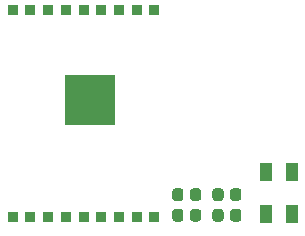
<source format=gbr>
%TF.GenerationSoftware,KiCad,Pcbnew,5.1.9*%
%TF.CreationDate,2021-01-20T22:35:35+01:00*%
%TF.ProjectId,wi-se-rewirable,77692d73-652d-4726-9577-697261626c65,rev?*%
%TF.SameCoordinates,Original*%
%TF.FileFunction,Paste,Top*%
%TF.FilePolarity,Positive*%
%FSLAX46Y46*%
G04 Gerber Fmt 4.6, Leading zero omitted, Abs format (unit mm)*
G04 Created by KiCad (PCBNEW 5.1.9) date 2021-01-20 22:35:35*
%MOMM*%
%LPD*%
G01*
G04 APERTURE LIST*
%ADD10R,1.000000X1.500000*%
%ADD11R,0.912500X0.850000*%
%ADD12R,4.300000X4.300000*%
G04 APERTURE END LIST*
D10*
%TO.C,SW1*%
X127025000Y-84950000D03*
X124825000Y-84950000D03*
X124825000Y-81450000D03*
X127025000Y-81450000D03*
%TD*%
%TO.C,D1*%
G36*
G01*
X117637500Y-83850000D02*
X117162500Y-83850000D01*
G75*
G02*
X116925000Y-83612500I0J237500D01*
G01*
X116925000Y-83037500D01*
G75*
G02*
X117162500Y-82800000I237500J0D01*
G01*
X117637500Y-82800000D01*
G75*
G02*
X117875000Y-83037500I0J-237500D01*
G01*
X117875000Y-83612500D01*
G75*
G02*
X117637500Y-83850000I-237500J0D01*
G01*
G37*
G36*
G01*
X117637500Y-85600000D02*
X117162500Y-85600000D01*
G75*
G02*
X116925000Y-85362500I0J237500D01*
G01*
X116925000Y-84787500D01*
G75*
G02*
X117162500Y-84550000I237500J0D01*
G01*
X117637500Y-84550000D01*
G75*
G02*
X117875000Y-84787500I0J-237500D01*
G01*
X117875000Y-85362500D01*
G75*
G02*
X117637500Y-85600000I-237500J0D01*
G01*
G37*
%TD*%
%TO.C,D2*%
G36*
G01*
X119137500Y-85600000D02*
X118662500Y-85600000D01*
G75*
G02*
X118425000Y-85362500I0J237500D01*
G01*
X118425000Y-84787500D01*
G75*
G02*
X118662500Y-84550000I237500J0D01*
G01*
X119137500Y-84550000D01*
G75*
G02*
X119375000Y-84787500I0J-237500D01*
G01*
X119375000Y-85362500D01*
G75*
G02*
X119137500Y-85600000I-237500J0D01*
G01*
G37*
G36*
G01*
X119137500Y-83850000D02*
X118662500Y-83850000D01*
G75*
G02*
X118425000Y-83612500I0J237500D01*
G01*
X118425000Y-83037500D01*
G75*
G02*
X118662500Y-82800000I237500J0D01*
G01*
X119137500Y-82800000D01*
G75*
G02*
X119375000Y-83037500I0J-237500D01*
G01*
X119375000Y-83612500D01*
G75*
G02*
X119137500Y-83850000I-237500J0D01*
G01*
G37*
%TD*%
%TO.C,D3*%
G36*
G01*
X122537500Y-83850000D02*
X122062500Y-83850000D01*
G75*
G02*
X121825000Y-83612500I0J237500D01*
G01*
X121825000Y-83037500D01*
G75*
G02*
X122062500Y-82800000I237500J0D01*
G01*
X122537500Y-82800000D01*
G75*
G02*
X122775000Y-83037500I0J-237500D01*
G01*
X122775000Y-83612500D01*
G75*
G02*
X122537500Y-83850000I-237500J0D01*
G01*
G37*
G36*
G01*
X122537500Y-85600000D02*
X122062500Y-85600000D01*
G75*
G02*
X121825000Y-85362500I0J237500D01*
G01*
X121825000Y-84787500D01*
G75*
G02*
X122062500Y-84550000I237500J0D01*
G01*
X122537500Y-84550000D01*
G75*
G02*
X122775000Y-84787500I0J-237500D01*
G01*
X122775000Y-85362500D01*
G75*
G02*
X122537500Y-85600000I-237500J0D01*
G01*
G37*
%TD*%
%TO.C,D4*%
G36*
G01*
X121037500Y-85600000D02*
X120562500Y-85600000D01*
G75*
G02*
X120325000Y-85362500I0J237500D01*
G01*
X120325000Y-84787500D01*
G75*
G02*
X120562500Y-84550000I237500J0D01*
G01*
X121037500Y-84550000D01*
G75*
G02*
X121275000Y-84787500I0J-237500D01*
G01*
X121275000Y-85362500D01*
G75*
G02*
X121037500Y-85600000I-237500J0D01*
G01*
G37*
G36*
G01*
X121037500Y-83850000D02*
X120562500Y-83850000D01*
G75*
G02*
X120325000Y-83612500I0J237500D01*
G01*
X120325000Y-83037500D01*
G75*
G02*
X120562500Y-82800000I237500J0D01*
G01*
X121037500Y-82800000D01*
G75*
G02*
X121275000Y-83037500I0J-237500D01*
G01*
X121275000Y-83612500D01*
G75*
G02*
X121037500Y-83850000I-237500J0D01*
G01*
G37*
%TD*%
D11*
%TO.C,U2*%
X103410000Y-67722500D03*
X104910000Y-67722500D03*
X106410000Y-67722500D03*
X107910000Y-67722500D03*
X109410000Y-67722500D03*
X110910000Y-67722500D03*
X112410000Y-67722500D03*
X113910000Y-67722500D03*
X115410000Y-67722500D03*
X115410000Y-85197500D03*
X113910000Y-85197500D03*
X112410000Y-85197500D03*
X110910000Y-85197500D03*
X109410000Y-85197500D03*
X107910000Y-85197500D03*
X106410000Y-85197500D03*
X104910000Y-85197500D03*
X103410000Y-85197500D03*
D12*
X109990000Y-75340000D03*
%TD*%
M02*

</source>
